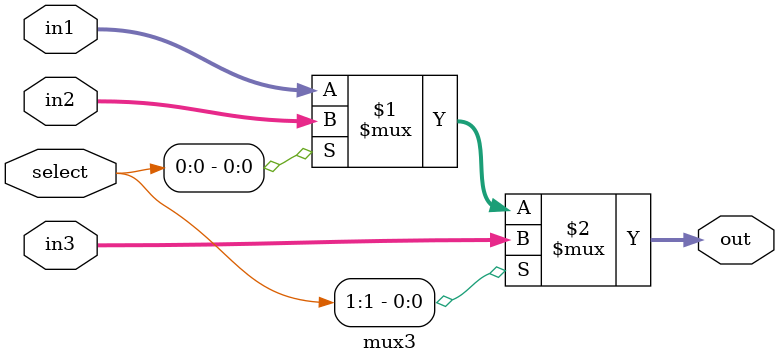
<source format=v>
module mux2 // 2 inputs of adjustable width, 1 address pin
#(parameter width = 32)
(
	output [width-1:0] out, // Output
	input [width-1:0] in1, // Inputs, with arbitrary depth
	input [width-1:0] in2,
	input select // Address
);

	assign out = (select ? in2 : in1);

endmodule


module mux3 // 3 inputs of adjustable width, 2 address pins
#(parameter width = 32)
(
	output [width-1:0] out, // Output
	input [width-1:0] in1, // Inputs, with arbitrary depth
	input [width-1:0] in2,
	input [width-1:0] in3,
	input [1:0] select // Address
);

	assign out = (select[1] ? in3 : (select[0] ? in2 : in1));

endmodule

</source>
